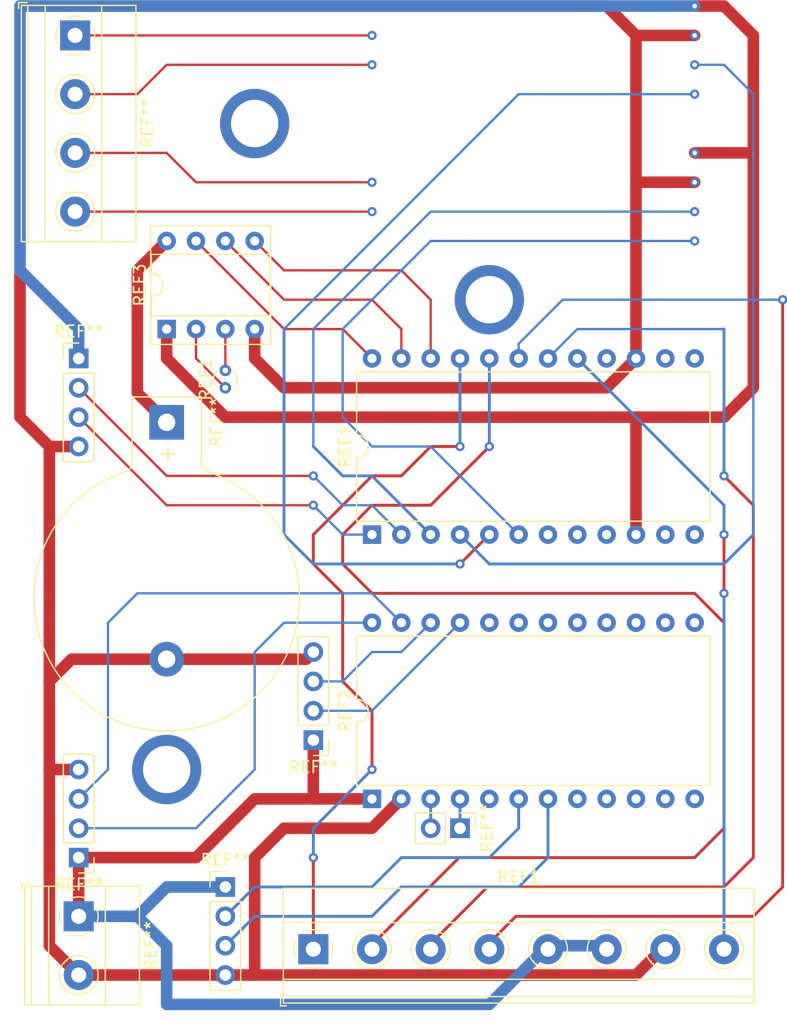
<source format=kicad_pcb>
(kicad_pcb (version 20211014) (generator pcbnew)
  (layers (0 "F.Cu" signal) (31 "B.Cu" signal) (34 "B.Paste" user) (35 "F.Paste" user) (36 "B.SilkS" user "B.Silkscreen") (37 "F.SilkS" user "F.Silkscreen") (38 "B.Mask" user) (39 "F.Mask" user) (44 "Edge.Cuts" user))
  (net 0 "")
  (footprint "TerminalBlock_Phoenix:TerminalBlock_Phoenix_MKDS-1,5-2-5.08_1x02_P5.08mm_Horizontal" (layer "F.Cu") (at 38.1 104.14 -90)
    (fp_text reference "REF**" (at 2.54 -6.26 90) (layer "F.SilkS"))
    (fp_text value "Sensors")
    (fp_line (start -2.6 -2.301) (end 7.68 -2.301) (layer "F.SilkS") (width 0.12))
    (fp_line (start 6.15 -1.275) (end 6.115 -1.239) (layer "F.SilkS") (width 0.12))
    (fp_line (start -2.84 4.16) (end -2.84 4.9) (layer "F.SilkS") (width 0.12))
    (fp_line (start -2.6 -5.261) (end -2.6 4.66) (layer "F.SilkS") (width 0.12))
    (fp_line (start 4.046 1.239) (end 4.011 1.274) (layer "F.SilkS") (width 0.12))
    (fp_line (start -2.6 2.6) (end 7.68 2.6) (layer "F.SilkS") (width 0.12))
    (fp_line (start -2.6 4.66) (end 7.68 4.66) (layer "F.SilkS") (width 0.12))
    (fp_line (start -2.6 -5.261) (end 7.68 -5.261) (layer "F.SilkS") (width 0.12))
    (fp_line (start 7.68 -5.261) (end 7.68 4.66) (layer "F.SilkS") (width 0.12))
    (fp_line (start 6.355 -1.069) (end 6.308 -1.023) (layer "F.SilkS") (width 0.12))
    (fp_line (start -2.84 4.9) (end -2.34 4.9) (layer "F.SilkS") (width 0.12))
    (fp_line (start -2.6 4.1) (end 7.68 4.1) (layer "F.SilkS") (width 0.12))
    (fp_line (start 3.853 1.023) (end 3.806 1.069) (layer "F.SilkS") (width 0.12))
    (fp_arc (start -0.683042 -1.535427) (mid 0.000524 -1.680501) (end 0.684 -1.535) (layer "F.SilkS") (width 0.12))
    (fp_arc (start 1.535427 -0.683042) (mid 1.680501 0.000524) (end 1.535 0.684) (layer "F.SilkS") (width 0.12))
    (fp_arc (start -1.535427 0.683042) (mid -1.680501 -0.000524) (end -1.535 -0.684) (layer "F.SilkS") (width 0.12))
    (fp_arc (start 0.683318 1.534756) (mid 0.349292 1.643288) (end 0 1.68) (layer "F.SilkS") (width 0.12))
    (fp_arc (start 0.028805 1.680253) (mid -0.335551 1.646659) (end -0.684 1.535) (layer "F.SilkS") (width 0.12))
    (fp_circle (center 5.08 0) (end 6.76 0) (layer "F.SilkS") (width 0.12) (fill none))
    (pad "1" thru_hole rect (at 0 0 270) (size 2.6 2.6) (drill 1.3) (layers *.Cu *.Mask))
    (pad "2" thru_hole circle (at 5.08 0 270) (size 2.6 2.6) (drill 1.3) (layers *.Cu *.Mask))
  )
  (footprint "Connector_PinHeader_2.54mm:PinHeader_1x04_P2.54mm_Vertical" (layer "F.Cu") (at 38.1 55.88)
    (fp_text reference "REF**" (at 0 -2.33) (layer "F.SilkS"))
    (fp_text value "Rele")
    (fp_line (start 1.33 1.27) (end 1.33 8.95) (layer "F.SilkS") (width 0.12))
    (fp_line (start -1.33 0) (end -1.33 -1.33) (layer "F.SilkS") (width 0.12))
    (fp_line (start -1.33 8.95) (end 1.33 8.95) (layer "F.SilkS") (width 0.12))
    (fp_line (start -1.33 1.27) (end -1.33 8.95) (layer "F.SilkS") (width 0.12))
    (fp_line (start -1.33 -1.33) (end 0 -1.33) (layer "F.SilkS") (width 0.12))
    (fp_line (start -1.33 1.27) (end 1.33 1.27) (layer "F.SilkS") (width 0.12))
    (pad "1" thru_hole rect (at 0 0) (size 1.7 1.7) (drill 1) (layers *.Cu *.Mask))
    (pad "2" thru_hole oval (at 0 2.54) (size 1.7 1.7) (drill 1) (layers *.Cu *.Mask))
    (pad "3" thru_hole oval (at 0 5.08) (size 1.7 1.7) (drill 1) (layers *.Cu *.Mask))
    (pad "4" thru_hole oval (at 0 7.62) (size 1.7 1.7) (drill 1) (layers *.Cu *.Mask))
  )
  (footprint "TerminalBlock_Phoenix:TerminalBlock_Phoenix_MKDS-1,5-4-5.08_1x04_P5.08mm_Horizontal" (layer "F.Cu") (at 37.795 27.94 -90)
    (fp_text reference "REF**" (at 7.62 -6.26 90) (layer "F.SilkS"))
    (fp_text value "Sensors")
    (fp_line (start -2.6 2.6) (end 17.84 2.6) (layer "F.SilkS") (width 0.12))
    (fp_line (start 14.206 1.239) (end 14.171 1.274) (layer "F.SilkS") (width 0.12))
    (fp_line (start 3.853 1.023) (end 3.806 1.069) (layer "F.SilkS") (width 0.12))
    (fp_line (start 11.23 -1.275) (end 11.195 -1.239) (layer "F.SilkS") (width 0.12))
    (fp_line (start 9.126 1.239) (end 9.091 1.274) (layer "F.SilkS") (width 0.12))
    (fp_line (start -2.6 -2.301) (end 17.84 -2.301) (layer "F.SilkS") (width 0.12))
    (fp_line (start -2.84 4.9) (end -2.34 4.9) (layer "F.SilkS") (width 0.12))
    (fp_line (start 4.046 1.239) (end 4.011 1.274) (layer "F.SilkS") (width 0.12))
    (fp_line (start -2.6 4.1) (end 17.84 4.1) (layer "F.SilkS") (width 0.12))
    (fp_line (start 6.355 -1.069) (end 6.308 -1.023) (layer "F.SilkS") (width 0.12))
    (fp_line (start 14.013 1.023) (end 13.966 1.069) (layer "F.SilkS") (width 0.12))
    (fp_line (start -2.6 -5.261) (end 17.84 -5.261) (layer "F.SilkS") (width 0.12))
    (fp_line (start 17.84 -5.261) (end 17.84 4.66) (layer "F.SilkS") (width 0.12))
    (fp_line (start -2.84 4.16) (end -2.84 4.9) (layer "F.SilkS") (width 0.12))
    (fp_line (start -2.6 4.66) (end 17.84 4.66) (layer "F.SilkS") (width 0.12))
    (fp_line (start 16.31 -1.275) (end 16.275 -1.239) (layer "F.SilkS") (width 0.12))
    (fp_line (start 8.933 1.023) (end 8.886 1.069) (layer "F.SilkS") (width 0.12))
    (fp_line (start 6.15 -1.275) (end 6.115 -1.239) (layer "F.SilkS") (width 0.12))
    (fp_line (start -2.6 -5.261) (end -2.6 4.66) (layer "F.SilkS") (width 0.12))
    (fp_line (start 16.515 -1.069) (end 16.468 -1.023) (layer "F.SilkS") (width 0.12))
    (fp_line (start 11.435 -1.069) (end 11.388 -1.023) (layer "F.SilkS") (width 0.12))
    (fp_arc (start 1.535427 -0.683042) (mid 1.680501 0.000524) (end 1.535 0.684) (layer "F.SilkS") (width 0.12))
    (fp_arc (start 0.683318 1.534756) (mid 0.349292 1.643288) (end 0 1.68) (layer "F.SilkS") (width 0.12))
    (fp_arc (start -0.683042 -1.535427) (mid 0.000524 -1.680501) (end 0.684 -1.535) (layer "F.SilkS") (width 0.12))
    (fp_arc (start 0.028805 1.680253) (mid -0.335551 1.646659) (end -0.684 1.535) (layer "F.SilkS") (width 0.12))
    (fp_arc (start -1.535427 0.683042) (mid -1.680501 -0.000524) (end -1.535 -0.684) (layer "F.SilkS") (width 0.12))
    (fp_circle (center 10.16 0) (end 11.84 0) (layer "F.SilkS") (width 0.12) (fill none))
    (fp_circle (center 15.24 0) (end 16.92 0) (layer "F.SilkS") (width 0.12) (fill none))
    (fp_circle (center 5.08 0) (end 6.76 0) (layer "F.SilkS") (width 0.12) (fill none))
    (pad "1" thru_hole rect (at 0 0 270) (size 2.6 2.6) (drill 1.3) (layers *.Cu *.Mask))
    (pad "2" thru_hole circle (at 5.08 0 270) (size 2.6 2.6) (drill 1.3) (layers *.Cu *.Mask))
    (pad "3" thru_hole circle (at 10.16 0 270) (size 2.6 2.6) (drill 1.3) (layers *.Cu *.Mask))
    (pad "4" thru_hole circle (at 15.24 0 270) (size 2.6 2.6) (drill 1.3) (layers *.Cu *.Mask))
  )
  (footprint "Connector_PinHeader_2.54mm:PinHeader_1x04_P2.54mm_Vertical" (layer "F.Cu") (at 58.42 88.9 180)
    (fp_text reference "REF**" (at 0 -2.33) (layer "F.SilkS"))
    (fp_text value "inside termo sensor")
    (fp_line (start -1.33 8.95) (end 1.33 8.95) (layer "F.SilkS") (width 0.12))
    (fp_line (start -1.33 1.27) (end 1.33 1.27) (layer "F.SilkS") (width 0.12))
    (fp_line (start -1.33 -1.33) (end 0 -1.33) (layer "F.SilkS") (width 0.12))
    (fp_line (start -1.33 1.27) (end -1.33 8.95) (layer "F.SilkS") (width 0.12))
    (fp_line (start 1.33 1.27) (end 1.33 8.95) (layer "F.SilkS") (width 0.12))
    (fp_line (start -1.33 0) (end -1.33 -1.33) (layer "F.SilkS") (width 0.12))
    (pad "1" thru_hole rect (at 0 0 180) (size 1.7 1.7) (drill 1) (layers *.Cu *.Mask))
    (pad "2" thru_hole oval (at 0 2.54 180) (size 1.7 1.7) (drill 1) (layers *.Cu *.Mask))
    (pad "3" thru_hole oval (at 0 5.08 180) (size 1.7 1.7) (drill 1) (layers *.Cu *.Mask))
    (pad "4" thru_hole oval (at 0 7.62 180) (size 1.7 1.7) (drill 1) (layers *.Cu *.Mask))
  )
  (footprint "Connector_PinHeader_2.54mm:PinHeader_1x04_P2.54mm_Vertical" (layer "F.Cu") (at 50.8 101.6)
    (fp_text reference "REF**" (at 0 -2.33) (layer "F.SilkS"))
    (fp_text value "PinHeader_1x04_P2.54mm_Vertical")
    (fp_line (start -1.33 8.95) (end 1.33 8.95) (layer "F.SilkS") (width 0.12))
    (fp_line (start -1.33 1.27) (end -1.33 8.95) (layer "F.SilkS") (width 0.12))
    (fp_line (start -1.33 1.27) (end 1.33 1.27) (layer "F.SilkS") (width 0.12))
    (fp_line (start -1.33 -1.33) (end 0 -1.33) (layer "F.SilkS") (width 0.12))
    (fp_line (start -1.33 0) (end -1.33 -1.33) (layer "F.SilkS") (width 0.12))
    (fp_line (start 1.33 1.27) (end 1.33 8.95) (layer "F.SilkS") (width 0.12))
    (pad "1" thru_hole rect (at 0 0) (size 1.7 1.7) (drill 1) (layers *.Cu *.Mask))
    (pad "2" thru_hole oval (at 0 2.54) (size 1.7 1.7) (drill 1) (layers *.Cu *.Mask))
    (pad "3" thru_hole oval (at 0 5.08) (size 1.7 1.7) (drill 1) (layers *.Cu *.Mask))
    (pad "4" thru_hole oval (at 0 7.62) (size 1.7 1.7) (drill 1) (layers *.Cu *.Mask))
  )
  (footprint "Package_DIP:DIP-24_W15.24mm" (layer "F.Cu") (at 63.5 71.12 90)
    (fp_text reference "REF1" (at 7.62 -2.33 90) (layer "F.SilkS"))
    (fp_text value "Arduino mini")
    (fp_line (start 6.62 -1.33) (end 1.16 -1.33) (layer "F.SilkS") (width 0.12))
    (fp_line (start 14.08 29.27) (end 14.08 -1.33) (layer "F.SilkS") (width 0.12))
    (fp_line (start 1.16 29.27) (end 14.08 29.27) (layer "F.SilkS") (width 0.12))
    (fp_line (start 14.08 -1.33) (end 8.62 -1.33) (layer "F.SilkS") (width 0.12))
    (fp_line (start 1.16 -1.33) (end 1.16 29.27) (layer "F.SilkS") (width 0.12))
    (fp_arc (start 8.62 -1.33) (mid 7.62 -0.33) (end 6.62 -1.33) (layer "F.SilkS") (width 0.12))
    (pad "1" thru_hole rect (at 0 0 90) (size 1.6 1.6) (drill 0.8) (layers *.Cu *.Mask))
    (pad "2" thru_hole oval (at 0 2.54 90) (size 1.6 1.6) (drill 0.8) (layers *.Cu *.Mask))
    (pad "3" thru_hole oval (at 0 5.08 90) (size 1.6 1.6) (drill 0.8) (layers *.Cu *.Mask))
    (pad "4" thru_hole oval (at 0 7.62 90) (size 1.6 1.6) (drill 0.8) (layers *.Cu *.Mask))
    (pad "5" thru_hole oval (at 0 10.16 90) (size 1.6 1.6) (drill 0.8) (layers *.Cu *.Mask))
    (pad "6" thru_hole oval (at 0 12.7 90) (size 1.6 1.6) (drill 0.8) (layers *.Cu *.Mask))
    (pad "7" thru_hole oval (at 0 15.24 90) (size 1.6 1.6) (drill 0.8) (layers *.Cu *.Mask))
    (pad "8" thru_hole oval (at 0 17.78 90) (size 1.6 1.6) (drill 0.8) (layers *.Cu *.Mask))
    (pad "9" thru_hole oval (at 0 20.32 90) (size 1.6 1.6) (drill 0.8) (layers *.Cu *.Mask))
    (pad "10" thru_hole oval (at 0 22.86 90) (size 1.6 1.6) (drill 0.8) (layers *.Cu *.Mask))
    (pad "11" thru_hole oval (at 0 25.4 90) (size 1.6 1.6) (drill 0.8) (layers *.Cu *.Mask))
    (pad "12" thru_hole oval (at 0 27.94 90) (size 1.6 1.6) (drill 0.8) (layers *.Cu *.Mask))
    (pad "13" thru_hole oval (at 15.24 27.94 90) (size 1.6 1.6) (drill 0.8) (layers *.Cu *.Mask))
    (pad "14" thru_hole oval (at 15.24 25.4 90) (size 1.6 1.6) (drill 0.8) (layers *.Cu *.Mask))
    (pad "15" thru_hole oval (at 15.24 22.86 90) (size 1.6 1.6) (drill 0.8) (layers *.Cu *.Mask))
    (pad "16" thru_hole oval (at 15.24 20.32 90) (size 1.6 1.6) (drill 0.8) (layers *.Cu *.Mask))
    (pad "17" thru_hole oval (at 15.24 17.78 90) (size 1.6 1.6) (drill 0.8) (layers *.Cu *.Mask))
    (pad "18" thru_hole oval (at 15.24 15.24 90) (size 1.6 1.6) (drill 0.8) (layers *.Cu *.Mask))
    (pad "19" thru_hole oval (at 15.24 12.7 90) (size 1.6 1.6) (drill 0.8) (layers *.Cu *.Mask))
    (pad "20" thru_hole oval (at 15.24 10.16 90) (size 1.6 1.6) (drill 0.8) (layers *.Cu *.Mask))
    (pad "21" thru_hole oval (at 15.24 7.62 90) (size 1.6 1.6) (drill 0.8) (layers *.Cu *.Mask))
    (pad "22" thru_hole oval (at 15.24 5.08 90) (size 1.6 1.6) (drill 0.8) (layers *.Cu *.Mask))
    (pad "23" thru_hole oval (at 15.24 2.54 90) (size 1.6 1.6) (drill 0.8) (layers *.Cu *.Mask))
    (pad "24" thru_hole oval (at 15.24 0 90) (size 1.6 1.6) (drill 0.8) (layers *.Cu *.Mask))
  )
  (footprint "TerminalBlock_Phoenix:TerminalBlock_Phoenix_MKDS-1,5-8-5.08_1x08_P5.08mm_Horizontal" (layer "F.Cu") (at 58.42 106.985)
    (fp_text reference "REF1" (at 17.78 -6.26) (layer "F.SilkS"))
    (fp_text value "Buttons")
    (fp_line (start 34.333 1.023) (end 34.286 1.069) (layer "F.SilkS") (width 0.12))
    (fp_line (start -2.6 -5.261) (end -2.6 4.66) (layer "F.SilkS") (width 0.12))
    (fp_line (start 14.206 1.239) (end 14.171 1.274) (layer "F.SilkS") (width 0.12))
    (fp_line (start 4.046 1.239) (end 4.011 1.274) (layer "F.SilkS") (width 0.12))
    (fp_line (start 21.39 -1.275) (end 21.355 -1.239) (layer "F.SilkS") (width 0.12))
    (fp_line (start 29.253 1.023) (end 29.206 1.069) (layer "F.SilkS") (width 0.12))
    (fp_line (start 29.446 1.239) (end 29.411 1.274) (layer "F.SilkS") (width 0.12))
    (fp_line (start 14.013 1.023) (end 13.966 1.069) (layer "F.SilkS") (width 0.12))
    (fp_line (start 21.595 -1.069) (end 21.548 -1.023) (layer "F.SilkS") (width 0.12))
    (fp_line (start 16.31 -1.275) (end 16.275 -1.239) (layer "F.SilkS") (width 0.12))
    (fp_line (start 26.675 -1.069) (end 26.628 -1.023) (layer "F.SilkS") (width 0.12))
    (fp_line (start -2.6 2.6) (end 38.16 2.6) (layer "F.SilkS") (width 0.12))
    (fp_line (start 11.23 -1.275) (end 11.195 -1.239) (layer "F.SilkS") (width 0.12))
    (fp_line (start 6.15 -1.275) (end 6.115 -1.239) (layer "F.SilkS") (width 0.12))
    (fp_line (start 9.126 1.239) (end 9.091 1.274) (layer "F.SilkS") (width 0.12))
    (fp_line (start 36.63 -1.275) (end 36.595 -1.239) (layer "F.SilkS") (width 0.12))
    (fp_line (start -2.84 4.9) (end -2.34 4.9) (layer "F.SilkS") (width 0.12))
    (fp_line (start 36.835 -1.069) (end 36.788 -1.023) (layer "F.SilkS") (width 0.12))
    (fp_line (start 34.526 1.239) (end 34.491 1.274) (layer "F.SilkS") (width 0.12))
    (fp_line (start -2.6 -2.301) (end 38.16 -2.301) (layer "F.SilkS") (width 0.12))
    (fp_line (start -2.84 4.16) (end -2.84 4.9) (layer "F.SilkS") (width 0.12))
    (fp_line (start 11.435 -1.069) (end 11.388 -1.023) (layer "F.SilkS") (width 0.12))
    (fp_line (start 38.16 -5.261) (end 38.16 4.66) (layer "F.SilkS") (width 0.12))
    (fp_line (start -2.6 -5.261) (end 38.16 -5.261) (layer "F.SilkS") (width 0.12))
    (fp_line (start 24.173 1.023) (end 24.126 1.069) (layer "F.SilkS") (width 0.12))
    (fp_line (start -2.6 4.1) (end 38.16 4.1) (layer "F.SilkS") (width 0.12))
    (fp_line (start -2.6 4.66) (end 38.16 4.66) (layer "F.SilkS") (width 0.12))
    (fp_line (start 24.366 1.239) (end 24.331 1.274) (layer "F.SilkS") (width 0.12))
    (fp_line (start 26.47 -1.275) (end 26.435 -1.239) (layer "F.SilkS") (width 0.12))
    (fp_line (start 6.355 -1.069) (end 6.308 -1.023) (layer "F.SilkS") (width 0.12))
    (fp_line (start 16.515 -1.069) (end 16.468 -1.023) (layer "F.SilkS") (width 0.12))
    (fp_line (start 31.755 -1.069) (end 31.708 -1.023) (layer "F.SilkS") (width 0.12))
    (fp_line (start 31.55 -1.275) (end 31.515 -1.239) (layer "F.SilkS") (width 0.12))
    (fp_line (start 19.093 1.023) (end 19.046 1.069) (layer "F.SilkS") (width 0.12))
    (fp_line (start 19.286 1.239) (end 19.251 1.274) (layer "F.SilkS") (width 0.12))
    (fp_line (start 8.933 1.023) (end 8.886 1.069) (layer "F.SilkS") (width 0.12))
    (fp_line (start 3.853 1.023) (end 3.806 1.069) (layer "F.SilkS") (width 0.12))
    (fp_arc (start -0.683042 -1.535427) (mid 0.000524 -1.680501) (end 0.684 -1.535) (layer "F.SilkS") (width 0.12))
    (fp_arc (start 1.535427 -0.683042) (mid 1.680501 0.000524) (end 1.535 0.684) (layer "F.SilkS") (width 0.12))
    (fp_arc (start 0.683318 1.534756) (mid 0.349292 1.643288) (end 0 1.68) (layer "F.SilkS") (width 0.12))
    (fp_arc (start -1.535427 0.683042) (mid -1.680501 -0.000524) (end -1.535 -0.684) (layer "F.SilkS") (width 0.12))
    (fp_arc (start 0.028805 1.680253) (mid -0.335551 1.646659) (end -0.684 1.535) (layer "F.SilkS") (width 0.12))
    (fp_circle (center 10.16 0) (end 11.84 0) (layer "F.SilkS") (width 0.12) (fill none))
    (fp_circle (center 35.56 0) (end 37.24 0) (layer "F.SilkS") (width 0.12) (fill none))
    (fp_circle (center 5.08 0) (end 6.76 0) (layer "F.SilkS") (width 0.12) (fill none))
    (fp_circle (center 25.4 0) (end 27.08 0) (layer "F.SilkS") (width 0.12) (fill none))
    (fp_circle (center 30.48 0) (end 32.16 0) (layer "F.SilkS") (width 0.12) (fill none))
    (fp_circle (center 15.24 0) (end 16.92 0) (layer "F.SilkS") (width 0.12) (fill none))
    (fp_circle (center 20.32 0) (end 22 0) (layer "F.SilkS") (width 0.12) (fill none))
    (pad "1" thru_hole rect (at 0 0) (size 2.6 2.6) (drill 1.3) (layers *.Cu *.Mask))
    (pad "2" thru_hole circle (at 5.08 0) (size 2.6 2.6) (drill 1.3) (layers *.Cu *.Mask))
    (pad "3" thru_hole circle (at 10.16 0) (size 2.6 2.6) (drill 1.3) (layers *.Cu *.Mask))
    (pad "4" thru_hole circle (at 15.24 0) (size 2.6 2.6) (drill 1.3) (layers *.Cu *.Mask))
    (pad "5" thru_hole circle (at 20.32 0) (size 2.6 2.6) (drill 1.3) (layers *.Cu *.Mask))
    (pad "6" thru_hole circle (at 25.4 0) (size 2.6 2.6) (drill 1.3) (layers *.Cu *.Mask))
    (pad "7" thru_hole circle (at 30.48 0) (size 2.6 2.6) (drill 1.3) (layers *.Cu *.Mask))
    (pad "8" thru_hole circle (at 35.56 0) (size 2.6 2.6) (drill 1.3) (layers *.Cu *.Mask))
  )
  (footprint "Crystal:Crystal_DS10_D1.0mm_L4.3mm_Vertical" (layer "F.Cu") (at 50.8 58.42 90)
    (fp_text reference "REF1" (at 0.75 -1.7 90) (layer "F.SilkS"))
    (fp_text value " ")
    (fp_arc (start 0 -0.7) (mid 0.749553 -1.025914) (end 1.49939 -0.700653) (layer "F.SilkS") (width 0.12))
    (fp_arc (start 1.49939 0.700653) (mid 0.749553 1.025914) (end 0 0.7) (layer "F.SilkS") (width 0.12))
    (pad "1" thru_hole circle (at 0 0 90) (size 1 1) (drill 0.5) (layers *.Cu *.Mask))
    (pad "2" thru_hole circle (at 1.5 0 90) (size 1 1) (drill 0.5) (layers *.Cu *.Mask))
  )
  (footprint "Connector_PinHeader_2.54mm:PinHeader_1x02_P2.54mm_Vertical" (layer "F.Cu") (at 71.12 96.52 -90)
    (fp_text reference "REF**" (at 0 -2.33 90) (layer "F.SilkS"))
    (fp_text value "I2C")
    (fp_line (start -1.33 3.87) (end 1.33 3.87) (layer "F.SilkS") (width 0.12))
    (fp_line (start -1.33 0) (end -1.33 -1.33) (layer "F.SilkS") (width 0.12))
    (fp_line (start -1.33 -1.33) (end 0 -1.33) (layer "F.SilkS") (width 0.12))
    (fp_line (start -1.33 1.27) (end 1.33 1.27) (layer "F.SilkS") (width 0.12))
    (fp_line (start 1.33 1.27) (end 1.33 3.87) (layer "F.SilkS") (width 0.12))
    (fp_line (start -1.33 1.27) (end -1.33 3.87) (layer "F.SilkS") (width 0.12))
    (pad "1" thru_hole rect (at 0 0 270) (size 1.7 1.7) (drill 1) (layers *.Cu *.Mask))
    (pad "2" thru_hole oval (at 0 2.54 270) (size 1.7 1.7) (drill 1) (layers *.Cu *.Mask))
  )
  (footprint "Battery:BatteryHolder_Keystone_103_1x20mm" (layer "F.Cu") (at 45.72 61.407584 -90)
    (fp_text reference "REF**" (at 0 -4.3 90) (layer "F.SilkS"))
    (fp_text value "3.3v (CR2025)")
    (fp_text user "+" (at 2.75 0 90) (layer "F.SilkS") (effects (font (size 1.5 1.5))))
    (fp_line (start -2.2 3) (end -2.2 -3) (layer "F.SilkS") (width 0.12))
    (fp_line (start -2.2 3) (end 3.5 3) (layer "F.SilkS") (width 0.12))
    (fp_line (start -2.2 -3) (end 3.5 -3) (layer "F.SilkS") (width 0.12))
    (fp_arc (start 4.251754 -3.526384) (mid 3.958861 -3.144678) (end 3.5 -3) (layer "F.SilkS") (width 0.12))
    (fp_arc (start 3.5 3) (mid 3.958861 3.144678) (end 4.251754 3.526384) (layer "F.SilkS") (width 0.12))
    (fp_arc (start 26.695671 -0.045281) (mid 16.993514 11.35499) (end 4.25 3.5) (layer "F.SilkS") (width 0.12))
    (fp_arc (start 4.25 -3.5) (mid 16.993514 -11.35499) (end 26.695671 0.045281) (layer "F.SilkS") (width 0.12))
    (pad "1" thru_hole rect (at 0 0 270) (size 3 3) (drill 1.5) (layers *.Cu *.Mask))
    (pad "2" thru_hole circle (at 20.49 0 270) (size 3 3) (drill 1.5) (layers *.Cu *.Mask))
  )
  (footprint "Connector_PinHeader_2.54mm:PinHeader_1x04_P2.54mm_Vertical" (layer "F.Cu") (at 38.1 99.06 180)
    (fp_text reference "REF**" (at 0 -2.33) (layer "F.SilkS"))
    (fp_text value "oled")
    (fp_line (start -1.33 -1.33) (end 0 -1.33) (layer "F.SilkS") (width 0.12))
    (fp_line (start -1.33 1.27) (end -1.33 8.95) (layer "F.SilkS") (width 0.12))
    (fp_line (start -1.33 8.95) (end 1.33 8.95) (layer "F.SilkS") (width 0.12))
    (fp_line (start -1.33 0) (end -1.33 -1.33) (layer "F.SilkS") (width 0.12))
    (fp_line (start 1.33 1.27) (end 1.33 8.95) (layer "F.SilkS") (width 0.12))
    (fp_line (start -1.33 1.27) (end 1.33 1.27) (layer "F.SilkS") (width 0.12))
    (pad "1" thru_hole rect (at 0 0 180) (size 1.7 1.7) (drill 1) (layers *.Cu *.Mask))
    (pad "2" thru_hole oval (at 0 2.54 180) (size 1.7 1.7) (drill 1) (layers *.Cu *.Mask))
    (pad "3" thru_hole oval (at 0 5.08 180) (size 1.7 1.7) (drill 1) (layers *.Cu *.Mask))
    (pad "4" thru_hole oval (at 0 7.62 180) (size 1.7 1.7) (drill 1) (layers *.Cu *.Mask))
  )
  (footprint "Package_DIP:DIP-24_W15.24mm" (layer "F.Cu") (at 63.5 93.98 90)
    (fp_text reference "REF2" (at 7.62 -2.33 90) (layer "F.SilkS"))
    (fp_text value "I2C Modul")
    (fp_line (start 6.62 -1.33) (end 1.16 -1.33) (layer "F.SilkS") (width 0.12))
    (fp_line (start 1.16 -1.33) (end 1.16 29.27) (layer "F.SilkS") (width 0.12))
    (fp_line (start 14.08 -1.33) (end 8.62 -1.33) (layer "F.SilkS") (width 0.12))
    (fp_line (start 1.16 29.27) (end 14.08 29.27) (layer "F.SilkS") (width 0.12))
    (fp_line (start 14.08 29.27) (end 14.08 -1.33) (layer "F.SilkS") (width 0.12))
    (fp_arc (start 8.62 -1.33) (mid 7.62 -0.33) (end 6.62 -1.33) (layer "F.SilkS") (width 0.12))
    (pad "1" thru_hole rect (at 0 0 90) (size 1.6 1.6) (drill 0.8) (layers *.Cu *.Mask))
    (pad "2" thru_hole oval (at 0 2.54 90) (size 1.6 1.6) (drill 0.8) (layers *.Cu *.Mask))
    (pad "3" thru_hole oval (at 0 5.08 90) (size 1.6 1.6) (drill 0.8) (layers *.Cu *.Mask))
    (pad "4" thru_hole oval (at 0 7.62 90) (size 1.6 1.6) (drill 0.8) (layers *.Cu *.Mask))
    (pad "5" thru_hole oval (at 0 10.16 90) (size 1.6 1.6) (drill 0.8) (layers *.Cu *.Mask))
    (pad "6" thru_hole oval (at 0 12.7 90) (size 1.6 1.6) (drill 0.8) (layers *.Cu *.Mask))
    (pad "7" thru_hole oval (at 0 15.24 90) (size 1.6 1.6) (drill 0.8) (layers *.Cu *.Mask))
    (pad "8" thru_hole oval (at 0 17.78 90) (size 1.6 1.6) (drill 0.8) (layers *.Cu *.Mask))
    (pad "9" thru_hole oval (at 0 20.32 90) (size 1.6 1.6) (drill 0.8) (layers *.Cu *.Mask))
    (pad "10" thru_hole oval (at 0 22.86 90) (size 1.6 1.6) (drill 0.8) (layers *.Cu *.Mask))
    (pad "11" thru_hole oval (at 0 25.4 90) (size 1.6 1.6) (drill 0.8) (layers *.Cu *.Mask))
    (pad "12" thru_hole oval (at 0 27.94 90) (size 1.6 1.6) (drill 0.8) (layers *.Cu *.Mask))
    (pad "13" thru_hole oval (at 15.24 27.94 90) (size 1.6 1.6) (drill 0.8) (layers *.Cu *.Mask))
    (pad "14" thru_hole oval (at 15.24 25.4 90) (size 1.6 1.6) (drill 0.8) (layers *.Cu *.Mask))
    (pad "15" thru_hole oval (at 15.24 22.86 90) (size 1.6 1.6) (drill 0.8) (layers *.Cu *.Mask))
    (pad "16" thru_hole oval (at 15.24 20.32 90) (size 1.6 1.6) (drill 0.8) (layers *.Cu *.Mask))
    (pad "17" thru_hole oval (at 15.24 17.78 90) (size 1.6 1.6) (drill 0.8) (layers *.Cu *.Mask))
    (pad "18" thru_hole oval (at 15.24 15.24 90) (size 1.6 1.6) (drill 0.8) (layers *.Cu *.Mask))
    (pad "19" thru_hole oval (at 15.24 12.7 90) (size 1.6 1.6) (drill 0.8) (layers *.Cu *.Mask))
    (pad "20" thru_hole oval (at 15.24 10.16 90) (size 1.6 1.6) (drill 0.8) (layers *.Cu *.Mask))
    (pad "21" thru_hole oval (at 15.24 7.62 90) (size 1.6 1.6) (drill 0.8) (layers *.Cu *.Mask))
    (pad "22" thru_hole oval (at 15.24 5.08 90) (size 1.6 1.6) (drill 0.8) (layers *.Cu *.Mask))
    (pad "23" thru_hole oval (at 15.24 2.54 90) (size 1.6 1.6) (drill 0.8) (layers *.Cu *.Mask))
    (pad "24" thru_hole oval (at 15.24 0 90) (size 1.6 1.6) (drill 0.8) (layers *.Cu *.Mask))
  )
  (footprint "Package_DIP:DIP-8_W7.62mm_Socket" (layer "F.Cu") (at 45.72 53.34 90)
    (fp_text reference "REF3" (at 3.81 -2.33 90) (layer "F.SilkS"))
    (fp_text value "DIP-8_W7.62mm_Socket")
    (fp_line (start 2.81 -1.33) (end 1.16 -1.33) (layer "F.SilkS") (width 0.12))
    (fp_line (start 1.16 8.95) (end 6.46 8.95) (layer "F.SilkS") (width 0.12))
    (fp_line (start 1.16 -1.33) (end 1.16 8.95) (layer "F.SilkS") (width 0.12))
    (fp_line (start 8.95 9.01) (end 8.95 -1.39) (layer "F.SilkS") (width 0.12))
    (fp_line (start 6.46 -1.33) (end 4.81 -1.33) (layer "F.SilkS") (width 0.12))
    (fp_line (start -1.33 9.01) (end 8.95 9.01) (layer "F.SilkS") (width 0.12))
    (fp_line (start -1.33 -1.39) (end -1.33 9.01) (layer "F.SilkS") (width 0.12))
    (fp_line (start 8.95 -1.39) (end -1.33 -1.39) (layer "F.SilkS") (width 0.12))
    (fp_line (start 6.46 8.95) (end 6.46 -1.33) (layer "F.SilkS") (width 0.12))
    (fp_arc (start 4.81 -1.33) (mid 3.81 -0.33) (end 2.81 -1.33) (layer "F.SilkS") (width 0.12))
    (pad "1" thru_hole rect (at 0 0 90) (size 1.6 1.6) (drill 0.8) (layers *.Cu *.Mask))
    (pad "2" thru_hole oval (at 0 2.54 90) (size 1.6 1.6) (drill 0.8) (layers *.Cu *.Mask))
    (pad "3" thru_hole oval (at 0 5.08 90) (size 1.6 1.6) (drill 0.8) (layers *.Cu *.Mask))
    (pad "4" thru_hole oval (at 0 7.62 90) (size 1.6 1.6) (drill 0.8) (layers *.Cu *.Mask))
    (pad "5" thru_hole oval (at 7.62 7.62 90) (size 1.6 1.6) (drill 0.8) (layers *.Cu *.Mask))
    (pad "6" thru_hole oval (at 7.62 5.08 90) (size 1.6 1.6) (drill 0.8) (layers *.Cu *.Mask))
    (pad "7" thru_hole oval (at 7.62 2.54 90) (size 1.6 1.6) (drill 0.8) (layers *.Cu *.Mask))
    (pad "8" thru_hole oval (at 7.62 0 90) (size 1.6 1.6) (drill 0.8) (layers *.Cu *.Mask))
  )
  (gr_circle (center 43.18 53.34) (end 43.18 53.34) (layer "F.Cu") (width 0.2) (fill none))
  (segment (start 86.36 53.34) (end 86.36 55.88) (width 1) (layer "F.Cu") (net 0))
  (segment (start 35.56 83.82) (end 35.56 91.44) (width 1) (layer "F.Cu") (net 0))
  (segment (start 50.8 60.96) (end 45.72 55.88) (width 1) (layer "F.Cu") (net 0))
  (segment (start 63.5 86.36) (end 60.96 83.82) (width 0.25) (layer "F.Cu") (net 0))
  (segment (start 93.98 60.96) (end 50.8 60.96) (width 1) (layer "F.Cu") (net 0))
  (segment (start 96.52 27.94) (end 96.52 58.42) (width 1) (layer "F.Cu") (net 0))
  (segment (start 55.88 58.42) (end 83.82 58.42) (width 1) (layer "F.Cu") (net 0))
  (segment (start 73.66 63.5) (end 68.58 68.58) (width 0.25) (layer "F.Cu") (net 0))
  (segment (start 55.88 50.8) (end 63.5 50.8) (width 0.2) (layer "F.Cu") (net 0))
  (segment (start 73.5 101.6) (end 93.98 101.6) (width 0.25) (layer "F.Cu") (net 0))
  (segment (start 86.36 71.12) (end 86.36 60.96) (width 1) (layer "F.Cu") (net 0))
  (segment (start 66.04 48.26) (end 68.58 50.8) (width 0.2) (layer "F.Cu") (net 0))
  (segment (start 43.18 48.26) (end 45.72 45.72) (width 1) (layer "F.Cu") (net 0))
  (segment (start 35.56 78.74) (end 35.56 83.82) (width 1) (layer "F.Cu") (net 0))
  (segment (start 93.98 101.6) (end 96.52 99.06) (width 0.25) (layer "F.Cu") (net 0))
  (segment (start 83.82 25.4) (end 33.02 25.4) (width 1) (layer "F.Cu") (net 0))
  (segment (start 86.36 53.34) (end 86.36 40.64) (width 1) (layer "F.Cu") (net 0))
  (segment (start 63.5 30.48) (end 45.72 30.48) (width 0.2) (layer "F.Cu") (net 0))
  (segment (start 66.04 66.04) (end 68.58 63.5) (width 0.25) (layer "F.Cu") (net 0))
  (segment (start 45.72 81.897584) (end 37.482416 81.897584) (width 1) (layer "F.Cu") (net 0))
  (segment (start 43.18 33.02) (end 37.795 33.02) (width 0.2) (layer "F.Cu") (net 0))
  (segment (start 58.42 91.44) (end 58.42 88.9) (width 1) (layer "F.Cu") (net 0))
  (segment (start 35.56 106.68) (end 38.1 109.22) (width 1) (layer "F.Cu") (net 0))
  (segment (start 58.42 93.98) (end 58.42 91.44) (width 1) (layer "F.Cu") (net 0))
  (segment (start 53.34 55.88) (end 55.88 58.42) (width 1) (layer "F.Cu") (net 0))
  (segment (start 45.72 68.58) (end 58.42 68.58) (width 0.2) (layer "F.Cu") (net 0))
  (segment (start 71.04 99.06) (end 63.42 106.68) (width 0.25) (layer "F.Cu") (net 0))
  (segment (start 45.72 66.04) (end 38.1 58.42) (width 0.2) (layer "F.Cu") (net 0))
  (segment (start 48.26 55.88) (end 48.26 53.34) (width 0.2) (layer "F.Cu") (net 0))
  (segment (start 53.34 99.06) (end 55.88 96.52) (width 1) (layer "F.Cu") (net 0))
  (segment (start 50.8 56.92) (end 50.8 53.34) (width 0.2) (layer "F.Cu") (net 0))
  (segment (start 68.58 63.5) (end 71.12 63.5) (width 0.25) (layer "F.Cu") (net 0))
  (segment (start 35.56 91.44) (end 38.1 91.44) (width 1) (layer "F.Cu") (net 0))
  (segment (start 91.44 40.64) (end 86.36 40.64) (width 1) (layer "F.Cu") (net 0))
  (segment (start 38.1 60.96) (end 45.72 68.58) (width 0.2) (layer "F.Cu") (net 0))
  (segment (start 68.58 68.58) (end 63.5 68.58) (width 0.25) (layer "F.Cu") (net 0))
  (segment (start 99.06 50.8) (end 99.06 101.6) (width 0.25) (layer "F.Cu") (net 0))
  (segment (start 53.34 93.98) (end 58.42 93.98) (width 1) (layer "F.Cu") (net 0))
  (segment (start 43.18 58.867584) (end 45.72 61.407584) (width 1) (layer "F.Cu") (net 0))
  (segment (start 45.102416 81.28) (end 45.72 81.897584) (width 1) (layer "F.Cu") (net 0))
  (segment (start 60.96 53.34) (end 63.5 55.88) (width 0.2) (layer "F.Cu") (net 0))
  (segment (start 86.36 109.22) (end 88.9 106.68) (width 1) (layer "F.Cu") (net 0))
  (segment (start 66.04 53.34) (end 66.04 55.88) (width 0.2) (layer "F.Cu") (net 0))
  (segment (start 55.88 48.26) (end 66.04 48.26) (width 0.2) (layer "F.Cu") (net 0))
  (segment (start 91.44 99.06) (end 71.04 99.06) (width 0.25) (layer "F.Cu") (net 0))
  (segment (start 63.5 91.44) (end 63.5 86.36) (width 0.25) (layer "F.Cu") (net 0))
  (segment (start 91.44 38.1) (end 96.52 38.1) (width 1) (layer "F.Cu") (net 0))
  (segment (start 91.44 25.4) (end 93.98 25.4) (width 1) (layer "F.Cu") (net 0))
  (segment (start 63.5 76.2) (end 91.44 76.2) (width 0.25) (layer "F.Cu") (net 0))
  (segment (start 45.72 30.48) (end 43.18 33.02) (width 0.2) (layer "F.Cu") (net 0))
  (segment (start 60.96 76.2) (end 60.96 83.82) (width 0.25) (layer "F.Cu") (net 0))
  (segment (start 96.52 104.14) (end 99.06 101.6) (width 0.25) (layer "F.Cu") (net 0))
  (segment (start 45.72 81.897584) (end 57.802416 81.897584) (width 1) (layer "F.Cu") (net 0))
  (segment (start 50.8 109.22) (end 86.36 109.22) (width 1) (layer "F.Cu") (net 0))
  (segment (start 96.52 68.58) (end 96.52 99.06) (width 0.25) (layer "F.Cu") (net 0))
  (segment (start 96.52 58.42) (end 93.98 60.96) (width 1) (layer "F.Cu") (net 0))
  (segment (start 53.34 109.22) (end 53.34 99.06) (width 1) (layer "F.Cu") (net 0))
  (segment (start 48.26 40.64) (end 45.72 38.1) (width 0.2) (layer "F.Cu") (net 0))
  (segment (start 86.36 27.94) (end 83.82 25.4) (width 1) (layer "F.Cu") (net 0))
  (segment (start 53.34 45.72) (end 55.88 48.26) (width 0.2) (layer "F.Cu") (net 0))
  (segment (start 60.96 71.12) (end 60.96 73.66) (width 0.25) (layer "F.Cu") (net 0))
  (segment (start 86.36 40.64) (end 86.36 27.94) (width 1) (layer "F.Cu") (net 0))
  (segment (start 48.26 99.06) (end 53.34 93.98) (width 1) (layer "F.Cu") (net 0))
  (segment (start 45.72 38.1) (end 37.795 38.1) (width 0.2) (layer "F.Cu") (net 0))
  (segment (start 37.482416 81.897584) (end 35.56 83.82) (width 1) (layer "F.Cu") (net 0))
  (segment (start 35.56 76.2) (end 35.56 78.74) (width 1) (layer "F.Cu") (net 0))
  (segment (start 57.802416 81.897584) (end 58.42 81.28) (width 1) (layer "F.Cu") (net 0))
  (segment (start 58.42 71.12) (end 58.42 73.66) (width 0.25) (layer "F.Cu") (net 0))
  (segment (start 91.44 27.94) (end 86.36 27.94) (width 1) (layer "F.Cu") (net 0))
  (segment (start 83.82 58.42) (end 86.36 55.88) (width 1) (layer "F.Cu") (net 0))
  (segment (start 55.88 53.34) (end 60.96 53.34) (width 0.2) (layer "F.Cu") (net 0))
  (segment (start 35.56 63.5) (end 35.56 76.2) (width 1) (layer "F.Cu") (net 0))
  (segment (start 93.98 76.2) (end 93.98 71.12) (width 0.25) (layer "F.Cu") (net 0))
  (segment (start 58.42 73.66) (end 60.96 76.2) (width 0.25) (layer "F.Cu") (net 0))
  (segment (start 93.98 78.74) (end 93.98 96.52) (width 0.25) (layer "F.Cu") (net 0))
  (segment (start 63.5 50.8) (end 66.04 53.34) (width 0.2) (layer "F.Cu") (net 0))
  (segment (start 43.18 58.867584) (end 43.18 48.26) (width 1) (layer "F.Cu") (net 0))
  (segment (start 50.8 45.72) (end 55.88 50.8) (width 0.2) (layer "F.Cu") (net 0))
  (segment (start 63.5 68.58) (end 60.96 71.12) (width 0.25) (layer "F.Cu") (net 0))
  (segment (start 48.26 45.72) (end 55.88 53.34) (width 0.2) (layer "F.Cu") (net 0))
  (segment (start 45.72 55.88) (end 45.72 53.34) (width 1) (layer "F.Cu") (net 0))
  (segment (start 63.5 66.04) (end 66.04 66.04) (width 0.25) (layer "F.Cu") (net 0))
  (segment (start 38.1 104.14) (end 38.1 99.06) (width 1) (layer "F.Cu") (net 0))
  (segment (start 35.56 63.5) (end 38.1 63.5) (width 1) (layer "F.Cu") (net 0))
  (segment (start 63.5 96.52) (end 66.04 93.98) (width 1) (layer "F.Cu") (net 0))
  (segment (start 35.56 91.44) (end 35.56 106.68) (width 1) (layer "F.Cu") (net 0))
  (segment (start 53.34 53.34) (end 53.34 55.88) (width 1) (layer "F.Cu") (net 0))
  (segment (start 96.52 68.58) (end 93.98 66.04) (width 0.25) (layer "F.Cu") (net 0))
  (segment (start 38.1 99.06) (end 48.26 99.06) (width 1) (layer "F.Cu") (net 0))
  (segment (start 91.44 99.06) (end 93.98 96.52) (width 0.25) (layer "F.Cu") (net 0))
  (segment (start 63.5 43.18) (end 37.795 43.18) (width 0.2) (layer "F.Cu") (net 0))
  (segment (start 55.88 96.52) (end 63.5 96.52) (width 1) (layer "F.Cu") (net 0))
  (segment (start 91.44 76.2) (end 93.98 78.74) (width 0.25) (layer "F.Cu") (net 0))
  (segment (start 50.8 58.42) (end 48.26 55.88) (width 0.2) (layer "F.Cu") (net 0))
  (segment (start 33.02 60.96) (end 35.56 63.5) (width 1) (layer "F.Cu") (net 0))
  (segment (start 60.96 73.66) (end 63.5 76.2) (width 0.25) (layer "F.Cu") (net 0))
  (segment (start 75.96 104.14) (end 96.52 104.14) (width 0.25) (layer "F.Cu") (net 0))
  (segment (start 68.42 106.68) (end 73.5 101.6) (width 0.25) (layer "F.Cu") (net 0))
  (segment (start 63.5 40.64) (end 48.26 40.64) (width 0.2) (layer "F.Cu") (net 0))
  (segment (start 38.1 109.22) (end 50.8 109.22) (width 1) (layer "F.Cu") (net 0))
  (segment (start 58.42 71.12) (end 63.5 66.04) (width 0.25) (layer "F.Cu") (net 0))
  (segment (start 33.02 25.4) (end 33.02 60.96) (width 1) (layer "F.Cu") (net 0))
  (segment (start 68.58 50.8) (end 68.58 55.88) (width 0.2) (layer "F.Cu") (net 0))
  (segment (start 58.42 66.04) (end 45.72 66.04) (width 0.2) (layer "F.Cu") (net 0))
  (segment (start 93.98 25.4) (end 96.52 27.94) (width 1) (layer "F.Cu") (net 0))
  (segment (start 73.42 106.68) (end 75.96 104.14) (width 0.25) (layer "F.Cu") (net 0))
  (segment (start 58.42 106.68) (end 58.42 99.06) (width 0.25) (layer "F.Cu") (net 0))
  (segment (start 71.12 73.66) (end 73.66 71.12) (width 0.25) (layer "F.Cu") (net 0))
  (segment (start 58.42 93.98) (end 63.5 93.98) (width 1) (layer "F.Cu") (net 0))
  (segment (start 63.5 27.94) (end 37.795 27.94) (width 0.2) (layer "F.Cu") (net 0))
  (via (at 93.98 71.12) (size 0.8) (drill 0.4) (layers "F.Cu" "B.Cu") (net 0))
  (via (at 99.06 50.8) (size 0.8) (drill 0.4) (layers "F.Cu" "B.Cu") (net 0))
  (via (at 91.44 38.1) (size 0.8) (drill 0.4) (layers "F.Cu" "B.Cu") (net 0))
  (via (at 71.12 73.66) (size 0.8) (drill 0.4) (layers "F.Cu" "B.Cu") (net 0))
  (via (at 91.44 33.02) (size 0.8) (drill 0.4) (layers "F.Cu" "B.Cu") (net 0))
  (via (at 58.42 66.04) (size 0.8) (drill 0.4) (layers "F.Cu" "B.Cu") (net 0))
  (via (at 91.44 45.72) (size 0.8) (drill 0.4) (layers "F.Cu" "B.Cu") (net 0))
  (via (at 63.5 27.94) (size 0.8) (drill 0.4) (layers "F.Cu" "B.Cu") (net 0))
  (via (at 91.44 43.18) (size 0.8) (drill 0.4) (layers "F.Cu" "B.Cu") (net 0))
  (via (at 53.34 35.56) (size 6) (drill 4.1) (layers "F.Cu" "B.Cu") (net 0))
  (via (at 63.5 43.18) (size 0.8) (drill 0.4) (layers "F.Cu" "B.Cu") (net 0))
  (via (at 45.72 91.44) (size 6) (drill 4.1) (layers "F.Cu" "B.Cu") (net 0))
  (via (at 93.98 66.04) (size 0.8) (drill 0.4) (layers "F.Cu" "B.Cu") (net 0))
  (via (at 91.44 25.4) (size 0.8) (drill 0.4) (layers "F.Cu" "B.Cu") (net 0))
  (via (at 63.5 91.44) (size 0.8) (drill 0.4) (layers "F.Cu" "B.Cu") (net 0))
  (via (at 93.98 76.2) (size 0.8) (drill 0.4) (layers "F.Cu" "B.Cu") (net 0))
  (via (at 73.66 50.8) (size 6) (drill 4.1) (layers "F.Cu" "B.Cu") (net 0))
  (via (at 63.5 30.48) (size 0.8) (drill 0.4) (layers "F.Cu" "B.Cu") (net 0))
  (via (at 58.42 68.58) (size 0.8) (drill 0.4) (layers "F.Cu" "B.Cu") (net 0))
  (via (at 91.44 27.94) (size 0.8) (drill 0.4) (layers "F.Cu" "B.Cu") (net 0))
  (via (at 91.44 40.64) (size 0.8) (drill 0.4) (layers "F.Cu" "B.Cu") (net 0))
  (via (at 73.66 63.5) (size 0.8) (drill 0.4) (layers "F.Cu" "B.Cu") (net 0))
  (via (at 71.12 63.5) (size 0.8) (drill 0.4) (layers "F.Cu" "B.Cu") (net 0))
  (via (at 58.42 99.06) (size 0.8) (drill 0.4) (layers "F.Cu" "B.Cu") (net 0))
  (via (at 63.5 40.64) (size 0.8) (drill 0.4) (layers "F.Cu" "B.Cu") (net 0))
  (via (at 91.44 30.48) (size 0.8) (drill 0.4) (layers "F.Cu" "B.Cu") (net 0))
  (segment (start 60.96 53.34) (end 60.96 55.88) (width 0.2) (layer "B.Cu") (net 0))
  (segment (start 55.88 53.34) (end 76.2 33.02) (width 0.2) (layer "B.Cu") (net 0))
  (segment (start 45.72 111.76) (end 73.66 111.76) (width 1) (layer "B.Cu") (net 0))
  (segment (start 60.96 55.88) (end 60.96 60.96) (width 0.2) (layer "B.Cu") (net 0))
  (segment (start 55.88 53.34) (end 55.88 71.12) (width 0.25) (layer "B.Cu") (net 0))
  (segment (start 73.66 73.66) (end 93.98 73.66) (width 0.25) (layer "B.Cu") (net 0))
  (segment (start 93.98 106.68) (end 93.98 76.2) (width 0.25) (layer "B.Cu") (net 0))
  (segment (start 58.42 66.04) (end 60.96 68.58) (width 0.2) (layer "B.Cu") (net 0))
  (segment (start 78.74 99.06) (end 78.74 93.98) (width 0.25) (layer "B.Cu") (net 0))
  (segment (start 63.5 68.58) (end 66.04 71.12) (width 0.2) (layer "B.Cu") (net 0))
  (segment (start 55.88 78.74) (end 63.5 78.74) (width 0.2) (layer "B.Cu") (net 0))
  (segment (start 66.04 81.28) (end 68.58 78.74) (width 0.2) (layer "B.Cu") (net 0))
  (segment (start 80.01 50.8) (end 99.06 50.8) (width 0.2) (layer "B.Cu") (net 0))
  (segment (start 63.5 81.28) (end 66.04 81.28) (width 0.2) (layer "B.Cu") (net 0))
  (segment (start 93.98 30.48) (end 96.52 33.02) (width 0.2) (layer "B.Cu") (net 0))
  (segment (start 93.98 68.58) (end 81.28 55.88) (width 0.25) (layer "B.Cu") (net 0))
  (segment (start 60.96 71.12) (end 63.5 71.12) (width 0.2) (layer "B.Cu") (net 0))
  (segment (start 81.28 53.34) (end 93.98 53.34) (width 0.2) (layer "B.Cu") (net 0))
  (segment (start 66.04 99.06) (end 73.66 99.06) (width 0.25) (layer "B.Cu") (net 0))
  (segment (start 58.42 53.34) (end 68.58 43.18) (width 0.2) (layer "B.Cu") (net 0))
  (segment (start 71.12 96.52) (end 71.12 93.98) (width 0.25) (layer "B.Cu") (net 0))
  (segment (start 76.2 33.02) (end 91.44 33.02) (width 0.2) (layer "B.Cu") (net 0))
  (segment (start 91.44 30.48) (end 93.98 30.48) (width 0.2) (layer "B.Cu") (net 0))
  (segment (start 71.12 45.72) (end 68.58 45.72) (width 0.2) (layer "B.Cu") (net 0))
  (segment (start 63.5 86.36) (end 71.12 78.74) (width 0.2) (layer "B.Cu") (net 0))
  (segment (start 76.2 55.88) (end 76.2 54.61) (width 0.2) (layer "B.Cu") (net 0))
  (segment (start 60.96 83.82) (end 63.5 81.28) (width 0.2) (layer "B.Cu") (net 0))
  (segment (start 68.58 45.72) (end 60.96 53.34) (width 0.2) (layer "B.Cu") (net 0))
  (segment (start 71.12 63.5) (end 71.12 55.88) (width 0.25) (layer "B.Cu") (net 0))
  (segment (start 63.5 101.6) (end 53.34 101.6) (width 0.25) (layer "B.Cu") (net 0))
  (segment (start 43.18 104.14) (end 38.1 104.14) (width 1) (layer "B.Cu") (net 0))
  (segment (start 58.42 96.52) (end 63.5 91.44) (width 0.25) (layer "B.Cu") (net 0))
  (segment (start 58.42 68.58) (end 60.96 71.12) (width 0.2) (layer "B.Cu") (net 0))
  (segment (start 58.42 63.5) (end 58.42 53.34) (width 0.2) (layer "B.Cu") (net 0))
  (segment (start 58.42 99.06) (end 58.42 96.52) (width 0.25) (layer "B.Cu") (net 0))
  (segment (start 55.88 71.12) (end 58.42 73.66) (width 0.25) (layer "B.Cu") (net 0))
  (segment (start 53.34 81.28) (end 53.34 91.44) (width 0.2) (layer "B.Cu") (net 0))
  (segment (start 73.66 63.5) (end 73.66 55.88) (width 0.25) (layer "B.Cu") (net 0))
  (segment (start 68.58 96.52) (end 68.58 93.98) (width 0.25) (layer "B.Cu") (net 0))
  (segment (start 73.66 99.06) (end 76.2 96.52) (width 0.25) (layer "B.Cu") (net 0))
  (segment (start 33.02 25.4) (end 33.02 48.26) (width 1) (layer "B.Cu") (net 0))
  (segment (start 58.42 73.66) (end 71.12 73.66) (width 0.25) (layer "B.Cu") (net 0))
  (segment (start 53.34 81.28) (end 55.88 78.74) (width 0.2) (layer "B.Cu") (net 0))
  (segment (start 63.5 101.6) (end 66.04 99.06) (width 0.25) (layer "B.Cu") (net 0))
  (segment (start 43.18 104.14) (end 45.72 106.68) (width 1) (layer "B.Cu") (net 0))
  (segment (start 73.66 111.76) (end 78.74 106.68) (width 1) (layer "B.Cu") (net 0))
  (segment (start 53.34 104.14) (end 50.8 106.68) (width 0.25) (layer "B.Cu") (net 0))
  (segment (start 93.98 71.12) (end 93.98 68.58) (width 0.25) (layer "B.Cu") (net 0))
  (segment (start 93.98 73.66) (end 96.52 71.12) (width 0.25) (layer "B.Cu") (net 0))
  (segment (start 63.5 76.2) (end 66.04 78.74) (width 0.2) (layer "B.Cu") (net 0))
  (segment (start 60.96 66.04) (end 58.42 63.5) (width 0.25) (layer "B.Cu") (net 0))
  (segment (start 66.04 101.6) (end 76.2 101.6) (width 0.25) (layer "B.Cu") (net 0))
  (segment (start 60.96 68.58) (end 63.5 68.58) (width 0.2) (layer "B.Cu") (net 0))
  (segment (start 91.44 25.4) (end 33.02 25.4) (width 1) (layer "B.Cu") (net 0))
  (segment (start 71.12 71.12) (end 73.66 73.66) (width 0.25) (layer "B.Cu") (net 0))
  (segment (start 43.18 76.2) (end 63.5 76.2) (width 0.2) (layer "B.Cu") (net 0))
  (segment (start 93.98 53.34) (end 93.98 66.04) (width 0.25) (layer "B.Cu") (net 0))
  (segment (start 63.5 63.5) (end 68.58 63.5) (width 0.2) (layer "B.Cu") (net 0))
  (segment (start 58.42 86.36) (end 63.5 86.36) (width 0.2) (layer "B.Cu") (net 0))
  (segment (start 68.58 43.18) (end 91.44 43.18) (width 0.2) (layer "B.Cu") (net 0))
  (segment (start 63.5 104.14) (end 53.34 104.14) (width 0.25) (layer "B.Cu") (net 0))
  (segment (start 58.42 83.82) (end 60.96 83.82) (width 0.2) (layer "B.Cu") (net 0))
  (segment (start 91.44 45.72) (end 71.12 45.72) (width 0.2) (layer "B.Cu") (net 0))
  (segment (start 96.52 33.02) (end 96.52 71.12) (width 0.2) (layer "B.Cu") (net 0))
  (segment (start 38.1 53.34) (end 38.1 55.88) (width 1) (layer "B.Cu") (net 0))
  (segment (start 50.8 101.6) (end 45.72 101.6) (width 1) (layer "B.Cu") (net 0))
  (segment (start 53.34 91.44) (end 48.26 96.52) (width 0.2) (layer "B.Cu") (net 0))
  (segment (start 45.72 106.68) (end 45.72 111.76) (width 1) (layer "B.Cu") (net 0))
  (segment (start 76.2 54.61) (end 80.01 50.8) (width 0.2) (layer "B.Cu") (net 0))
  (segment (start 60.96 60.96) (end 63.5 63.5) (width 0.2) (layer "B.Cu") (net 0))
  (segment (start 53.34 101.6) (end 50.8 104.14) (width 0.25) (layer "B.Cu") (net 0))
  (segment (start 33.02 48.26) (end 38.1 53.34) (width 1) (layer "B.Cu") (net 0))
  (segment (start 48.26 96.52) (end 38.1 96.52) (width 0.2) (layer "B.Cu") (net 0))
  (segment (start 40.64 78.74) (end 43.18 76.2) (width 0.2) (layer "B.Cu") (net 0))
  (segment (start 63.5 104.14) (end 66.04 101.6) (width 0.25) (layer "B.Cu") (net 0))
  (segment (start 63.5 66.04) (end 68.58 71.12) (width 0.25) (layer "B.Cu") (net 0))
  (segment (start 76.2 96.52) (end 76.2 93.98) (width 0.25) (layer "B.Cu") (net 0))
  (segment (start 78.74 55.88) (end 81.28 53.34) (width 0.2) (layer "B.Cu") (net 0))
  (segment (start 76.2 101.6) (end 78.74 99.06) (width 0.25) (layer "B.Cu") (net 0))
  (segment (start 40.64 91.44) (end 40.64 78.74) (width 0.2) (layer "B.Cu") (net 0))
  (segment (start 38.1 93.98) (end 40.64 91.44) (width 0.2) (layer "B.Cu") (net 0))
  (segment (start 60.96 66.04) (end 63.5 66.04) (width 0.25) (layer "B.Cu") (net 0))
  (segment (start 45.72 101.6) (end 43.18 104.14) (width 1) (layer "B.Cu") (net 0))
  (segment (start 78.74 106.68) (end 83.74 106.68) (width 1) (layer "B.Cu") (net 0))
  (segment (start 68.58 63.5) (end 76.2 71.12) (width 0.2) (layer "B.Cu") (net 0))
)
</source>
